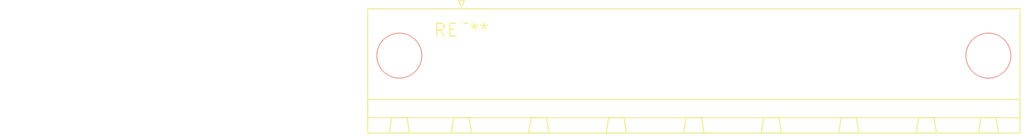
<source format=kicad_pcb>
(kicad_pcb (version 20240108) (generator pcbnew)
  (layers (0 "F.Cu" signal) (31 "B.Cu" signal) (34 "B.Paste" user) (35 "F.Paste" user) (36 "B.SilkS" user "B.Silkscreen") (37 "F.SilkS" user "F.Silkscreen") (38 "B.Mask" user) (39 "F.Mask" user) (44 "Edge.Cuts" user))
  (net 0 "")
  (footprint "PhoenixContact_GMSTB_2,5_7-GF-7,62_1x07_P7.62mm_Horizontal_ThreadedFlange_MountHole" (layer "F.Cu") (at 0 0)
    (property "Reference" "REF**")
    (property "Value" "PhoenixContact_GMSTB_2,5_7-GF-7,62_1x07_P7.62mm_Horizontal_ThreadedFlange_MountHole")
    (fp_circle (center -6.1 2.5) (end -3.89 2.5) (layer "B.SilkS") (stroke (width 0.12)) (fill none))
    (fp_circle (center 51.82 2.5) (end 54.03 2.5) (layer "B.SilkS") (stroke (width 0.12)) (fill none))
    (fp_line (start -9.21 -2.11) (end -9.21 10.11) (layer "F.SilkS") (stroke (width 0.12)))
    (fp_line (start -9.21 6.81) (end 54.93 6.81) (layer "F.SilkS") (stroke (width 0.12)))
    (fp_line (start -9.21 8.61) (end -9.21 6.81) (layer "F.SilkS") (stroke (width 0.12)))
    (fp_line (start -9.21 10.11) (end 54.93 10.11) (layer "F.SilkS") (stroke (width 0.12)))
    (fp_line (start -7.1 10.11) (end -5.1 10.11) (layer "F.SilkS") (stroke (width 0.12)))
    (fp_line (start -6.85 8.61) (end -7.1 10.11) (layer "F.SilkS") (stroke (width 0.12)))
    (fp_line (start -5.35 8.61) (end -6.85 8.61) (layer "F.SilkS") (stroke (width 0.12)))
    (fp_line (start -5.1 10.11) (end -5.35 8.61) (layer "F.SilkS") (stroke (width 0.12)))
    (fp_line (start -1 10.11) (end 1 10.11) (layer "F.SilkS") (stroke (width 0.12)))
    (fp_line (start -0.75 8.61) (end -1 10.11) (layer "F.SilkS") (stroke (width 0.12)))
    (fp_line (start -0.3 -2.91) (end 0.3 -2.91) (layer "F.SilkS") (stroke (width 0.12)))
    (fp_line (start 0 -2.31) (end -0.3 -2.91) (layer "F.SilkS") (stroke (width 0.12)))
    (fp_line (start 0.3 -2.91) (end 0 -2.31) (layer "F.SilkS") (stroke (width 0.12)))
    (fp_line (start 0.75 8.61) (end -0.75 8.61) (layer "F.SilkS") (stroke (width 0.12)))
    (fp_line (start 1 10.11) (end 0.75 8.61) (layer "F.SilkS") (stroke (width 0.12)))
    (fp_line (start 6.62 10.11) (end 8.62 10.11) (layer "F.SilkS") (stroke (width 0.12)))
    (fp_line (start 6.87 8.61) (end 6.62 10.11) (layer "F.SilkS") (stroke (width 0.12)))
    (fp_line (start 8.37 8.61) (end 6.87 8.61) (layer "F.SilkS") (stroke (width 0.12)))
    (fp_line (start 8.62 10.11) (end 8.37 8.61) (layer "F.SilkS") (stroke (width 0.12)))
    (fp_line (start 14.24 10.11) (end 16.24 10.11) (layer "F.SilkS") (stroke (width 0.12)))
    (fp_line (start 14.49 8.61) (end 14.24 10.11) (layer "F.SilkS") (stroke (width 0.12)))
    (fp_line (start 15.99 8.61) (end 14.49 8.61) (layer "F.SilkS") (stroke (width 0.12)))
    (fp_line (start 16.24 10.11) (end 15.99 8.61) (layer "F.SilkS") (stroke (width 0.12)))
    (fp_line (start 21.86 10.11) (end 23.86 10.11) (layer "F.SilkS") (stroke (width 0.12)))
    (fp_line (start 22.11 8.61) (end 21.86 10.11) (layer "F.SilkS") (stroke (width 0.12)))
    (fp_line (start 23.61 8.61) (end 22.11 8.61) (layer "F.SilkS") (stroke (width 0.12)))
    (fp_line (start 23.86 10.11) (end 23.61 8.61) (layer "F.SilkS") (stroke (width 0.12)))
    (fp_line (start 29.48 10.11) (end 31.48 10.11) (layer "F.SilkS") (stroke (width 0.12)))
    (fp_line (start 29.73 8.61) (end 29.48 10.11) (layer "F.SilkS") (stroke (width 0.12)))
    (fp_line (start 31.23 8.61) (end 29.73 8.61) (layer "F.SilkS") (stroke (width 0.12)))
    (fp_line (start 31.48 10.11) (end 31.23 8.61) (layer "F.SilkS") (stroke (width 0.12)))
    (fp_line (start 37.1 10.11) (end 39.1 10.11) (layer "F.SilkS") (stroke (width 0.12)))
    (fp_line (start 37.35 8.61) (end 37.1 10.11) (layer "F.SilkS") (stroke (width 0.12)))
    (fp_line (start 38.85 8.61) (end 37.35 8.61) (layer "F.SilkS") (stroke (width 0.12)))
    (fp_line (start 39.1 10.11) (end 38.85 8.61) (layer "F.SilkS") (stroke (width 0.12)))
    (fp_line (start 44.72 10.11) (end 46.72 10.11) (layer "F.SilkS") (stroke (width 0.12)))
    (fp_line (start 44.97 8.61) (end 44.72 10.11) (layer "F.SilkS") (stroke (width 0.12)))
    (fp_line (start 46.47 8.61) (end 44.97 8.61) (layer "F.SilkS") (stroke (width 0.12)))
    (fp_line (start 46.72 10.11) (end 46.47 8.61) (layer "F.SilkS") (stroke (width 0.12)))
    (fp_line (start 50.82 10.11) (end 52.82 10.11) (layer "F.SilkS") (stroke (width 0.12)))
    (fp_line (start 51.07 8.61) (end 50.82 10.11) (layer "F.SilkS") (stroke (width 0.12)))
    (fp_line (start 52.57 8.61) (end 51.07 8.61) (layer "F.SilkS") (stroke (width 0.12)))
    (fp_line (start 52.82 10.11) (end 52.57 8.61) (layer "F.SilkS") (stroke (width 0.12)))
    (fp_line (start 54.93 -2.11) (end -9.21 -2.11) (layer "F.SilkS") (stroke (width 0.12)))
    (fp_line (start 54.93 6.81) (end 54.93 8.61) (layer "F.SilkS") (stroke (width 0.12)))
    (fp_line (start 54.93 8.61) (end -9.21 8.61) (layer "F.SilkS") (stroke (width 0.12)))
    (fp_line (start 54.93 10.11) (end 54.93 -2.11) (layer "F.SilkS") (stroke (width 0.12)))
    (pad "" np_thru_hole circle (at -6.1 2.5) (size 2.4 2.4) (drill 2.4) (layers *.Cu *.Mask))
    (pad "" np_thru_hole circle (at 51.82 2.5) (size 2.4 2.4) (drill 2.4) (layers *.Cu *.Mask))
    (pad "1" thru_hole roundrect (at 0 0) (size 2.1 3.6) (drill 1.4) (layers *.Cu *.Mask) (remove_unused_layers) (roundrect_rratio 0.119048))
    (pad "2" thru_hole oval (at 7.62 0) (size 2.1 3.6) (drill 1.4) (layers *.Cu *.Mask) (remove_unused_layers))
    (pad "3" thru_hole oval (at 15.24 0) (size 2.1 3.6) (drill 1.4) (layers *.Cu *.Mask) (remove_unused_layers))
    (pad "4" thru_hole oval (at 22.86 0) (size 2.1 3.6) (drill 1.4) (layers *.Cu *.Mask) (remove_unused_layers))
    (pad "5" thru_hole oval (at 30.48 0) (size 2.1 3.6) (drill 1.4) (layers *.Cu *.Mask) (remove_unused_layers))
    (pad "6" thru_hole oval (at 38.1 0) (size 2.1 3.6) (drill 1.4) (layers *.Cu *.Mask) (remove_unused_layers))
    (pad "7" thru_hole oval (at 45.72 0) (size 2.1 3.6) (drill 1.4) (layers *.Cu *.Mask) (remove_unused_layers))
  )
)
</source>
